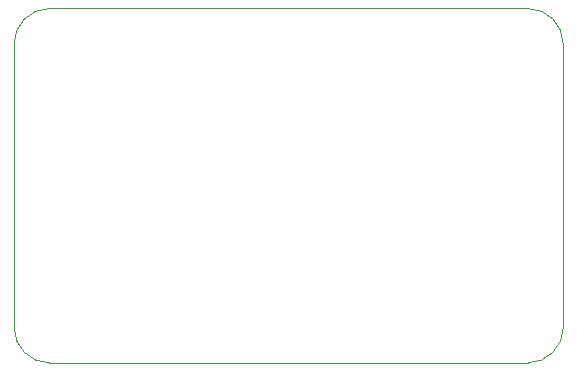
<source format=gbr>
%TF.GenerationSoftware,KiCad,Pcbnew,8.0.6*%
%TF.CreationDate,2024-12-16T15:44:53-05:00*%
%TF.ProjectId,stm32,73746d33-322e-46b6-9963-61645f706362,rev?*%
%TF.SameCoordinates,Original*%
%TF.FileFunction,Profile,NP*%
%FSLAX46Y46*%
G04 Gerber Fmt 4.6, Leading zero omitted, Abs format (unit mm)*
G04 Created by KiCad (PCBNEW 8.0.6) date 2024-12-16 15:44:53*
%MOMM*%
%LPD*%
G01*
G04 APERTURE LIST*
%TA.AperFunction,Profile*%
%ADD10C,0.050000*%
%TD*%
G04 APERTURE END LIST*
D10*
X124000000Y-94400000D02*
G75*
G02*
X127000000Y-91400000I3000000J0D01*
G01*
X124000000Y-118400000D02*
X124000000Y-94900000D01*
X167500000Y-91400000D02*
G75*
G02*
X170500000Y-94400000I0J-3000000D01*
G01*
X124000000Y-94900000D02*
X124000000Y-94400000D01*
X167000000Y-121400000D02*
X167500000Y-121400000D01*
X170500000Y-94900000D02*
X170500000Y-94400000D01*
X167000000Y-121400000D02*
X127000000Y-121400000D01*
X170500000Y-118400000D02*
G75*
G02*
X167500000Y-121400000I-3000000J0D01*
G01*
X127000000Y-91400000D02*
X167000000Y-91400000D01*
X170500000Y-94900000D02*
X170500000Y-118400000D01*
X167000000Y-91400000D02*
X167500000Y-91400000D01*
X127000000Y-121400000D02*
G75*
G02*
X124000000Y-118400000I0J3000000D01*
G01*
M02*

</source>
